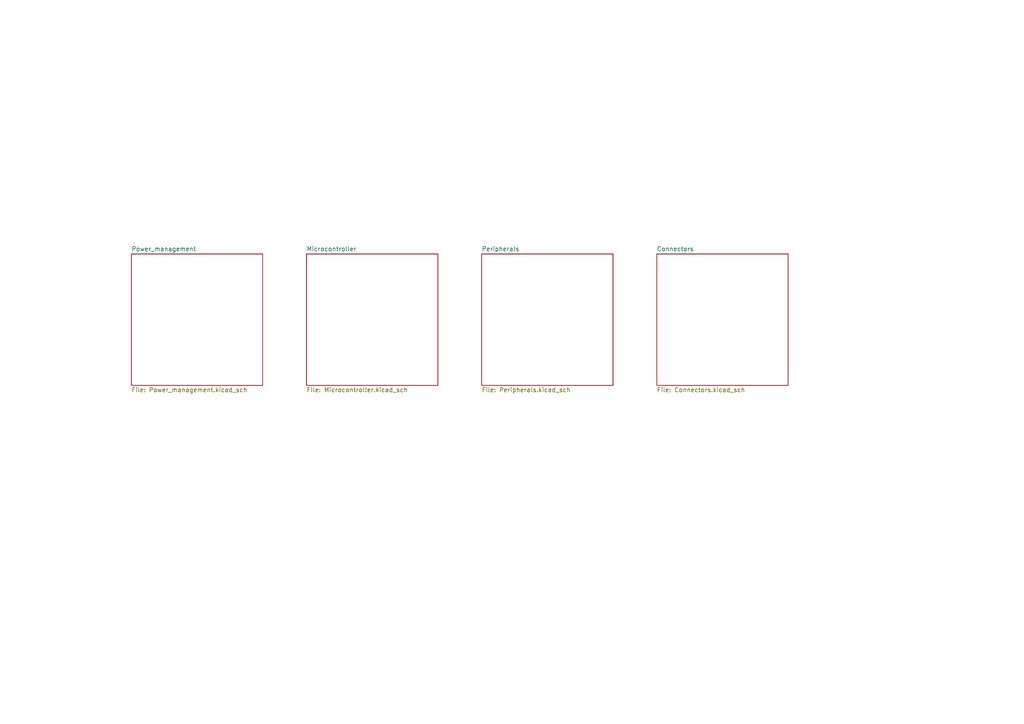
<source format=kicad_sch>
(kicad_sch (version 20211123) (generator eeschema)
  (paper "A4")
  (title_block (title "DATALOGGER01A") (date "2022-08-14") (company "Mlab www.mlab.cz") (comment 2 "Universal battery powered SDcard \\ndatalogger. ") (comment 3 "jacho <jacho@mlab.cz>") (comment 4 "GPL 3.0"))
  (lib_symbols)
  (sheet (at 38.1 73.66) (size 38.1 38.1) (stroke (width 0.1524))
    (property "Sheet name" "Power_management" (at 38.1 72.9484 0) (effects (justify left bottom)))
    (property "Sheet file" "Power_management.kicad_sch" (at 38.1 112.3446 0) (effects (justify left top)))
  )
  (sheet (at 190.5 73.66) (size 38.1 38.1) (stroke (width 0.1524))
    (property "Sheet name" "Connectors" (at 190.5 72.9484 0) (effects (justify left bottom)))
    (property "Sheet file" "Connectors.kicad_sch" (at 190.5 112.3446 0) (effects (justify left top)))
  )
  (sheet (at 88.9 73.66) (size 38.1 38.1) (stroke (width 0.1524))
    (property "Sheet name" "Microcontroller" (at 88.9 72.9484 0) (effects (justify left bottom)))
    (property "Sheet file" "Microcontroller.kicad_sch" (at 88.9 112.3446 0) (effects (justify left top)))
  )
  (sheet (at 139.7 73.66) (size 38.1 38.1) (stroke (width 0.1524))
    (property "Sheet name" "Peripherals" (at 139.7 72.9484 0) (effects (justify left bottom)))
    (property "Sheet file" "Peripherals.kicad_sch" (at 139.7 112.3446 0) (effects (justify left top)))
  )
  (sheet (at -90.17 16.51) (size 59.69 49.53) (stroke (width 0.1524))
    (property "Sheet name" "battery" (at -90.17 15.7984 0) (effects (justify left bottom)))
    (property "Sheet file" "battery.kicad_sch" (at -90.17 66.6246 0) (effects (justify left top)))
  )
)
</source>
